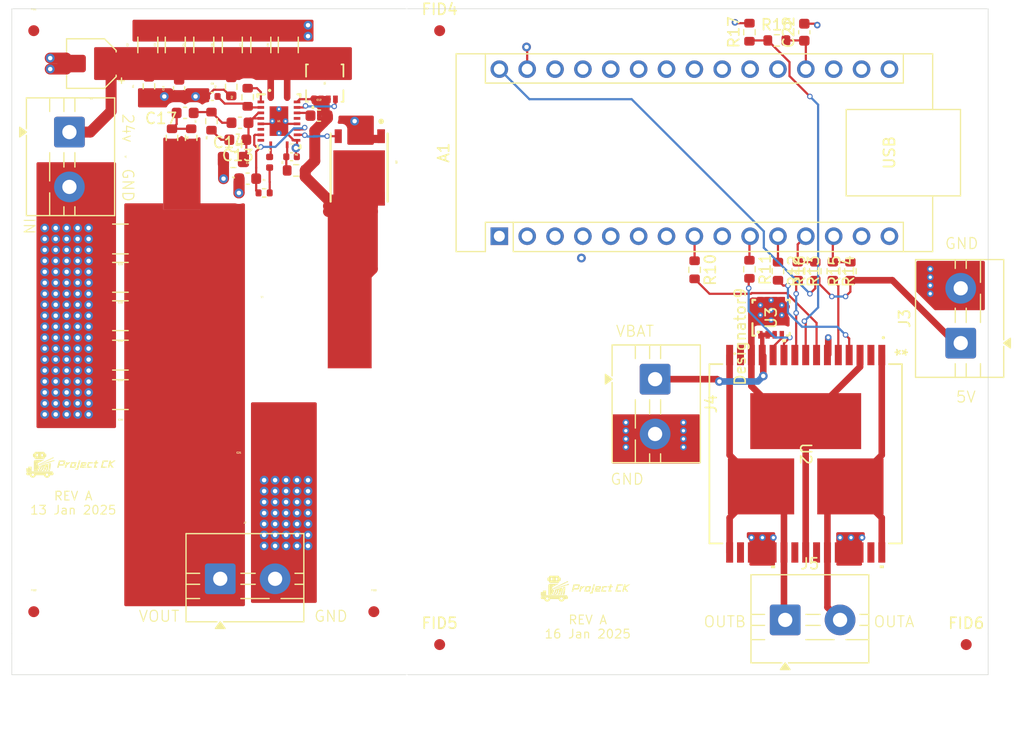
<source format=kicad_pcb>
(kicad_pcb (version 20241229) (generator "pcbnew") (generator_version "9.0")
  (layers (0 "F.Cu" signal) (4 "In1.Cu" signal) (6 "In2.Cu" signal) (2 "B.Cu" signal) (13 "F.Paste" user) (15 "B.Paste" user) (5 "F.SilkS" user "F.Silkscreen") (7 "B.SilkS" user "B.Silkscreen") (1 "F.Mask" user) (3 "B.Mask" user) (25 "Edge.Cuts" user))
  (net 0 "")
  (net 1 "+24V")
  (net 2 "GND")
  (net 3 "/BST")
  (net 4 "/SW")
  (net 5 "/VOUT")
  (net 6 "/SYNCIN")
  (net 7 "/ILIM")
  (net 8 "/SS")
  (net 9 "/COMP")
  (net 10 "Net-(C17-Pad2)")
  (net 11 "/PGOOD")
  (net 12 "/LG")
  (net 13 "/HG")
  (net 14 "/RT")
  (net 18 "Net-(C13-Pad2)")
  (net 19 "Net-(C14-Pad2)")
  (net 20 "Net-(D1-A)")
  (net 23 "Net-(A1-A0)")
  (net 38 "VIN_A")
  (net 39 "/INA_A")
  (net 41 "/INB_A")
  (net 43 "/PWM_A")
  (net 44 "/ENA{slash}DIAGA")
  (net 48 "/VBAT")
  (net 49 "OUTA")
  (net 50 "OUTB")
  (net 51 "Net-(U2-PWM)")
  (net 52 "Net-(U2-INB)")
  (net 53 "Net-(U2-INA)")
  (net 54 "Net-(U2-ENB{slash}DIAGB)")
  (net 55 "Net-(U2-ENA{slash}DIAGA)")
  (net 56 "Net-(U2-CS)")
  (net 57 "VCC_M")
  (net 58 "/CP")
  (net 65 "/ENB{slash}DIAGB")
  (footprint "Capacitor_SMD:C_1206_3216Metric" (layer "F.Cu") (at 159.7 99.3 90)
    (property "Reference" "C7")
    (property "Value" "4.7 uF")
  )
  (footprint "TerminalBlock:TerminalBlock_MaiXu_MX126-5.0-02P_1x02_P5.00mm" (layer "F.Cu") (at 142.25 107.25 -90)
    (property "Reference" "J1")
    (property "Value" "Conn_01x02_Socket")
  )
  (footprint "Capacitor_SMD:C_0603_1608Metric" (layer "F.Cu") (at 157.6 107.95 180)
    (property "Reference" "C13")
    (property "Value" "6.8 nF")
  )
  (footprint "Panelization:BreakLine_11h_D0.5mm_P0.85mm" (layer "F.Cu") (at 173 147.5 90)
    (property "Reference" "REF**" (hide yes))
    (property "Value" "BreakLine_11h_D0.5mm_P0.85mm" (hide yes))
  )
  (footprint "Fiducial:Fiducial_1mm_Mask2mm" (layer "F.Cu") (at 139 98)
    (property "Reference" "FID1")
    (property "Value" "Fiducial")
  )
  (footprint "Capacitor_SMD:C_1206_3216Metric" (layer "F.Cu") (at 151.9 99.3 90)
    (property "Reference" "C3")
    (property "Value" "4.7 uF")
  )
  (footprint "Panelization:BreakLine_11h_D0.5mm_P0.85mm" (layer "F.Cu") (at 173 119 90)
    (property "Reference" "REF**" (hide yes))
    (property "Value" "BreakLine_11h_D0.5mm_P0.85mm" (hide yes))
  )
  (footprint "Resistor_SMD:R_0603_1608Metric" (layer "F.Cu") (at 162.925 110.75)
    (property "Reference" "R6")
    (property "Value" "499 Ω")
  )
  (footprint "Panelization:BreakLine_11h_D0.5mm_P0.85mm" (layer "F.Cu") (at 173 100 90)
    (property "Reference" "REF**" (hide yes))
    (property "Value" "BreakLine_11h_D0.5mm_P0.85mm" (hide yes))
  )
  (footprint "Fiducial:Fiducial_1mm_Mask2mm" (layer "F.Cu") (at 170 151)
    (property "Reference" "FID3")
    (property "Value" "Fiducial")
  )
  (footprint "Resistor_SMD:R_0603_1608Metric" (layer "F.Cu") (at 208.64 119.94 -90)
    (property "Reference" "R13")
    (property "Value" "1k")
  )
  (footprint "Resistor_SMD:R_0603_1608Metric" (layer "F.Cu") (at 199.24 119.815 -90)
    (property "Reference" "R10")
    (property "Value" "1k")
  )
  (footprint "Capacitor_SMD:C_1210_3225Metric" (layer "F.Cu") (at 146.9 127.6 180)
    (property "Reference" "C19")
    (property "Value" "47 μF")
  )
  (footprint "Panelization:BreakLine_11h_D0.5mm_P0.85mm" (layer "F.Cu") (at 173 128.5 90)
    (property "Reference" "REF**" (hide yes))
    (property "Value" "BreakLine_11h_D0.5mm_P0.85mm" (hide yes))
  )
  (footprint "Capacitor_SMD:C_0603_1608Metric" (layer "F.Cu") (at 158.5 111.5)
    (property "Reference" "C5")
    (property "Value" "2.2 μF")
  )
  (footprint "Panelization:BreakLine_11h_D0.5mm_P0.85mm" (layer "F.Cu") (at 173 109.5 90)
    (property "Reference" "REF**" (hide yes))
    (property "Value" "BreakLine_11h_D0.5mm_P0.85mm" (hide yes))
  )
  (footprint "Fiducial:Fiducial_1mm_Mask2mm" (layer "F.Cu") (at 176 98)
    (property "Reference" "FID4")
    (property "Value" "Fiducial")
  )
  (footprint "Capacitor_SMD:C_0402_1005Metric" (layer "F.Cu") (at 162.5 109.5)
    (property "Reference" "C11")
    (property "Value" "10 pF")
  )
  (footprint "Capacitor_SMD:C_0603_1608Metric" (layer "F.Cu") (at 165 105.75)
    (property "Reference" "C12")
    (property "Value" "0.1 μF")
  )
  (footprint "Resistor_SMD:R_0603_1608Metric" (layer "F.Cu") (at 213.44 119.94 90)
    (property "Reference" "R15")
    (property "Value" "3.3k")
  )
  (footprint "LOGO" (layer "F.Cu") (at 142.3285 137.145364)
    (property "Reference" "G***" (hide yes))
    (property "Value" "LOGO" (hide yes))
  )
  (footprint "Capacitor_SMD:CP_Elec_4x5.4" (layer "F.Cu") (at 144.25 101 180)
    (property "Reference" "C1")
    (property "Value" "220 uF E")
  )
  (footprint "Buck_Footprint_Library:DNH0008A" (layer "F.Cu") (at 206.215002 124.190001 90)
    (property "Reference" "U3")
    (property "Value" "CSD18543Q3A")
  )
  (footprint "Module:Arduino_Nano" (layer "F.Cu") (at 181.44 116.75 90)
    (property "Reference" "A1")
    (property "Value" "Arduino_Nano_Every")
  )
  (footprint "Capacitor_SMD:C_0603_1608Metric" (layer "F.Cu") (at 152.25 103.25 90)
    (property "Reference" "C10")
    (property "Value" "0.1 μF")
  )
  (footprint "Resistor_SMD:R_0603_1608Metric" (layer "F.Cu") (at 151.6 107.775 -90)
    (property "Reference" "R8")
    (property "Value" "150 Ω")
  )
  (footprint "Capacitor_SMD:C_1210_3225Metric" (layer "F.Cu") (at 146.9 124 180)
    (property "Reference" "C18")
    (property "Value" "47 μF")
  )
  (footprint "Buck_Footprint_Library:MS1770-3R3M" (layer "F.Cu") (at 159.8 121.8 180)
    (property "Reference" "L1")
    (property "Value" "3.3uH")
  )
  (footprint "Buck_Footprint_Library:WDFN8_511AB_ONS" (layer "F.Cu") (at 165.525001 102.78 90)
    (property "Reference" "Q1")
    (property "Value" "NVTFS5C670NLTAG")
  )
  (footprint "Resistor_SMD:R_0603_1608Metric" (layer "F.Cu") (at 211.84 119.94 -90)
    (property "Reference" "R14")
    (property "Value" "1k")
  )
  (footprint "Capacitor_SMD:C_1210_3225Metric" (layer "F.Cu") (at 146.9 131.2 180)
    (property "Reference" "C20")
    (property "Value" "47 μF")
  )
  (footprint "LED_SMD:LED_0402_1005Metric" (layer "F.Cu") (at 160.5 110 -90)
    (property "Reference" "D1")
    (property "Value" "R LED")
  )
  (footprint "LOGO" (layer "F.Cu") (at 189.2285 148.445364)
    (property "Reference" "G***" (hide yes))
    (property "Value" "LOGO" (hide yes))
  )
  (footprint "Resistor_SMD:R_0603_1608Metric" (layer "F.Cu") (at 149.5 103.075 90)
    (property "Reference" "R4")
    (property "Value" "17.8 kΩ")
  )
  (footprint "Capacitor_SMD:C_1206_3216Metric" (layer "F.Cu") (at 149.4 99.3 90)
    (property "Reference" "C2")
    (property "Value" "4.7 uF")
  )
  (footprint "TerminalBlock:TerminalBlock_MaiXu_MX126-5.0-02P_1x02_P5.00mm" (layer "F.Cu") (at 156 148)
    (property "Reference" "J2")
    (property "Value" "Conn_01x02_Socket")
  )
  (footprint "Buck_Footprint_Library:RGY0020B" (layer "F.Cu") (at 161.350001 106.25)
    (property "Reference" "U1")
    (property "Value" "LM5146QRGYTQ1")
  )
  (footprint "Buck_Footprint_Library:INF-PG-TDSON-8-FL" (layer "F.Cu") (at 168.6604 110.475 -90)
    (property "Reference" "Q2")
    (property "Value" "BSC014N06NS")
  )
  (footprint "Resistor_SMD:R_0603_1608Metric" (layer "F.Cu") (at 204.24 98.14 90)
    (property "Reference" "R17")
    (property "Value" "1.5k")
  )
  (footprint "Resistor_SMD:R_0805_2012Metric" (layer "F.Cu") (at 157.2 109.75 180)
    (property "Reference" "R5")
    (property "Value" "4.42 kΩ")
  )
  (footprint "Resistor_SMD:R_0603_1608Metric" (layer "F.Cu") (at 210.24 119.94 90)
    (property "Reference" "R18")
    (property "Value" "3.3k")
  )
  (footprint "Resistor_SMD:R_0402_1005Metric" (layer "F.Cu") (at 160 112.8)
    (property "Reference" "R1")
    (property "Value" "4.7 kΩ")
  )
  (footprint "Capacitor_SMD:C_1206_3216Metric" (layer "F.Cu") (at 162.2 99.3 90)
    (property "Reference" "C9")
    (property "Value" "4.7 uF")
  )
  (footprint "Capacitor_SMD:C_0603_1608Metric" (layer "F.Cu") (at 209.24 98.14 90)
    (property "Reference" "C22")
    (property "Value" "33nF")
  )
  (footprint "Resistor_SMD:R_0603_1608Metric" (layer "F.Cu") (at 153.35 107.775 -90)
    (property "Reference" "R9")
    (property "Value" "23.2 kΩ")
  )
  (footprint "TerminalBlock:TerminalBlock_MaiXu_MX126-5.0-02P_1x02_P5.00mm" (layer "F.Cu") (at 195.64 129.79 -90)
    (property "Reference" "J4")
    (property "Value" "Conn_01x02_Socket")
  )
  (footprint "Capacitor_SMD:C_0603_1608Metric" (layer "F.Cu") (at 152.8 105.5 180)
    (property "Reference" "C17")
    (property "Value" "820 pF")
  )
  (footprint "Capacitor_SMD:C_1210_3225Metric" (layer "F.Cu") (at 146.9 120.5 180)
    (property "Reference" "C16")
    (property "Value" "47 μF")
  )
  (footprint "Panelization:BreakLine_11h_D0.5mm_P0.85mm" (layer "F.Cu") (at 173 157 90)
    (property "Reference" "REF**" (hide yes))
    (property "Value" "BreakLine_11h_D0.5mm_P0.85mm" (hide yes))
  )
  (footprint "Capacitor_SMD:C_0402_1005Metric" (layer "F.Cu") (at 155.275 104)
    (property "Reference" "C8")
    (property "Value" "47 nF")
  )
  (footprint "Resistor_SMD:R_0603_1608Metric" (layer "F.Cu") (at 155.2 106.25 90)
    (property "Reference" "R7")
    (property "Value" "7.5 kΩ")
  )
  (footprint "Fiducial:Fiducial_1mm_Mask2mm" (layer "F.Cu") (at 139 151)
    (property "Reference" "FID2")
    (property "Value" "Fiducial")
  )
  (footprint "Resistor_SMD:R_0603_1608Metric" (layer "F.Cu") (at 206.84 119.94 -90)
    (property "Reference" "R12")
    (property "Value" "1k")
  )
  (footprint "TerminalBlock:TerminalBlock_MaiXu_MX126-5.0-02P_1x02_P5.00mm" (layer "F.Cu") (at 223.5 126.5 90)
    (property "Reference" "J3")
    (property "Value" "Conn_01x02_Socket")
  )
  (footprint "TerminalBlock:TerminalBlock_MaiXu_MX126-5.0-02P_1x02_P5.00mm" (layer "F.Cu") (at 207.5 151.75)
    (property "Reference" "J5")
    (property "Value" "Conn_01x02_Socket")
  )
  (footprint "Capacitor_SMD:C_1206_3216Metric" (layer "F.Cu") (at 154.5 99.3 90)
    (property "Reference" "C4")
    (property "Value" "4.7 uF")
  )
  (footprint "Buck_Footprint_Library:SOIC_5019A-E_STM" (layer "F.Cu") (at 209.368201 136.5943 -90)
    (property "Reference" "U2")
    (property "Value" "VNH5019A-E")
  )
  (footprint "Resistor_SMD:R_0603_1608Metric" (layer "F.Cu") (at 157 103.125 90)
    (property "Reference" "R3")
    (property "Value" "100 kΩ")
  )
  (footprint "Capacitor_SMD:C_1206_3216Metric" (layer "F.Cu") (at 157.1 99.3 90)
    (property "Reference" "C6")
    (property "Value" "4.7 uF")
  )
  (footprint "Fiducial:Fiducial_1mm_Mask2mm" (layer "F.Cu") (at 176 154)
    (property "Reference" "FID5")
    (property "Value" "Fiducial")
  )
  (footprint "Buck_Footprint_Library:MA35V680M10X13" (layer "F.Cu") (at 157.7 137)
    (property "Reference" "C21")
    (property "Value" "680 µF P")
  )
  (footprint "Capacitor_SMD:C_0603_1608Metric" (layer "F.Cu") (at 157.8 106.4 180)
    (property "Reference" "C14")
    (property "Value" "150 pF")
  )
  (footprint "Resistor_SMD:R_0603_1608Metric" (layer "F.Cu") (at 204.24 119.765 -90)
    (property "Reference" "R11")
    (property "Value" "1k")
  )
  (footprint "Panelization:BreakLine_11h_D0.5mm_P0.85mm" (layer "F.Cu") (at 173 138 90)
    (property "Reference" "REF**" (hide yes))
    (property "Value" "BreakLine_11h_D0.5mm_P0.85mm" (hide yes))
  )
  (footprint "Capacitor_SMD:C_1210_3225Metric" (layer "F.Cu") (at 146.9 117 180)
    (property "Reference" "C15")
    (property "Value" "47 μF")
  )
  (footprint "Fiducial:Fiducial_1mm_Mask2mm" (layer "F.Cu") (at 224 154)
    (property "Reference" "FID6")
    (property "Value" "Fiducial")
  )
  (footprint "Resistor_SMD:R_0603_1608Metric" (layer "F.Cu") (at 206.74 98.89)
    (property "Reference" "R16")
    (property "Value" "10k")
  )
  (footprint "Resistor_SMD:R_0603_1608Metric" (layer "F.Cu") (at 158.5 104.075 90)
    (property "Reference" "R2")
    (property "Value" "24.9 kΩ")
  )
  (gr_circle (center 160.5 103.45) (end 160.45 103.45) (stroke (width 0.2)) (fill yes) (layer "F.SilkS"))
  (gr_circle (center 205.05 125.5) (end 205 125.5) (stroke (width 0.2)) (fill yes) (layer "F.SilkS"))
  (gr_circle (center 164.45 105) (end 164.4 105) (stroke (width 0.2)) (fill yes) (layer "F.SilkS"))
  (gr_circle (center 216.45 126) (end 216.4 126) (stroke (width 0.2)) (fill yes) (layer "F.SilkS"))
  (gr_line (start 137 96) (end 172 96) (stroke (width 0.05)) (layer "Edge.Cuts"))
  (gr_line (start 226 153) (end 226 96) (stroke (width 0.05)) (layer "Edge.Cuts"))
  (gr_line (start 226 153) (end 226 156.75) (stroke (width 0.05)) (layer "Edge.Cuts"))
  (gr_line (start 137 153) (end 137 96) (stroke (width 0.05)) (layer "Edge.Cuts"))
  (gr_line (start 137 153) (end 137 156.75) (stroke (width 0.05)) (layer "Edge.Cuts"))
  (gr_line (start 172 96) (end 226 96) (stroke (width 0.05)) (layer "Edge.Cuts"))
  (gr_line (start 137 156.75) (end 226 156.75) (stroke (width 0.05)) (layer "Edge.Cuts"))
  (gr_text "VOUT" (at 148.5 152 0) (layer "F.SilkS") (effects (font (size 1 1) (thickness 0.1)) (justify left bottom)))
  (gr_text "IN" (at 138 115 270) (layer "F.SilkS") (effects (font (size 1 1) (thickness 0.1)) (justify left bottom)))
  (gr_text "24v" (at 147 105.5 270) (layer "F.SilkS") (effects (font (size 1 1) (thickness 0.1)) (justify left bottom)))
  (gr_text "GND" (at 164.5 152 0) (layer "F.SilkS") (effects (font (size 1 1) (thickness 0.1)) (justify left bottom)))
  (gr_text "VBAT" (at 192 126 0) (layer "F.SilkS") (effects (font (size 1 1) (thickness 0.1)) (justify left bottom)))
  (gr_text "GND" (at 147 110.5 270) (layer "F.SilkS") (effects (font (size 1 1) (thickness 0.1)) (justify left bottom)))
  (gr_text "REV A\n13 Jan 2025" (at 142.6 142.2 0) (layer "F.SilkS") (effects (font (size 0.8 0.8) (thickness 0.1)) (justify bottom)))
  (gr_text "5V" (at 223 132 0) (layer "F.SilkS") (effects (font (size 1 1) (thickness 0.1)) (justify left bottom)))
  (gr_text "OUTA" (at 215.5 152.5 0) (layer "F.SilkS") (effects (font (size 1 1) (thickness 0.1)) (justify left bottom)))
  (gr_text "REV A\n16 Jan 2025" (at 189.5 153.5 0) (layer "F.SilkS") (effects (font (size 0.8 0.8) (thickness 0.1)) (justify bottom)))
  (gr_text "GND" (at 222 118 0) (layer "F.SilkS") (effects (font (size 1 1) (thickness 0.1)) (justify left bottom)))
  (gr_text "GND" (at 191.5 139.5 0) (layer "F.SilkS") (effects (font (size 1 1) (thickness 0.1)) (justify left bottom)))
  (gr_text "OUTB" (at 200 152.5 0) (layer "F.SilkS") (effects (font (size 1 1) (thickness 0.1)) (justify left bottom)))
  (segment (start 146.05 105.35) (end 146.05 101) (width 1) (layer "F.Cu") (net 1))
  (segment (start 144.15 107.25) (end 146.05 105.35) (width 1) (layer "F.Cu") (net 1))
  (segment (start 142.25 107.25) (end 144.15 107.25) (width 1) (layer "F.Cu") (net 1))
  (segment (start 162.100002 104.100001) (end 162.100002 100.874998) (width 0.6) (layer "F.Cu") (net 1))
  (segment (start 162.100002 100.874998) (end 162.2 100.775) (width 0.6) (layer "F.Cu") (net 1))
  (segment (start 160.6 101.675) (end 159.7 100.775) (width 0.6) (layer "F.Cu") (net 1))
  (segment (start 160.6 104.100001) (end 160.6 101.675) (width 0.6) (layer "F.Cu") (net 1))
  (segment (start 159.700002 106.500002) (end 161.099999 106.500002) (width 0.2) (layer "F.Cu") (net 2))
  (segment (start 157.725 111.5) (end 157.725 112.775) (width 1) (layer "F.Cu") (net 2))
  (segment (start 155.406 103.389) (end 154.795 104) (width 0.2) (layer "F.Cu") (net 2))
  (segment (start 163 108.000001) (end 162.599999 108.000001) (width 0.2) (layer "F.Cu") (net 2))
  (segment (start 156.9 103.95) (end 156.339 103.389) (width 0.2) (layer "F.Cu") (net 2))
  (segment (start 141.95 101.5) (end 142.45 101) (width 1) (layer "F.Cu") (net 2))
  (segment (start 163 106.5) (end 161.600001 106.5) (width 0.2) (layer "F.Cu") (net 2))
  (segment (start 183.9225 99.49) (end 183.98 99.5475) (width 0.2) (layer "F.Cu") (net 2))
  (segment (start 157.725 112.775) (end 157.7 112.8) (width 1) (layer "F.Cu") (net 2))
  (segment (start 162.9 108.7) (end 162.9 109.42) (width 0.2) (layer "F.Cu") (net 2))
  (segment (start 156.339 103.389) (end 155.406 103.389) (width 0.2) (layer "F.Cu") (net 2))
  (segment (start 162.9 109.42) (end 162.98 109.5) (width 0.2) (layer "F.Cu") (net 2))
  (segment (start 140.5 101.5) (end 141.95 101.5) (width 1) (layer "F.Cu") (net 2))
  (segment (start 210.2975 97.365) (end 210.4225 97.49) (width 0.2) (layer "F.Cu") (net 2))
  (segment (start 183.98 99.5475) (end 183.98 101.51) (width 0.2) (layer "F.Cu") (net 2))
  (segment (start 163 108.000001) (end 162.599998 108.000001) (width 0.2) (layer "F.Cu") (net 2))
  (segment (start 156.3 109.7625) (end 156.2875 109.75) (width 1) (layer "F.Cu") (net 2))
  (segment (start 156.3 111.5) (end 156.3 109.7625) (width 1) (layer "F.Cu") (net 2))
  (segment (start 161.600001 106.5) (end 161.350001 106.25) (width 0.2) (layer "F.Cu") (net 2))
  (segment (start 161.350001 106.64148) (end 161.350001 106.25) (width 0.2) (layer "F.Cu") (net 2))
  (segment (start 163 108.000001) (end 163 108.6) (width 0.2) (layer "F.Cu") (net 2))
  (segment (start 211.4225 125.99) (end 211.4225 127.516901) (width 0.6) (layer "F.Cu") (net 2))
  (segment (start 204.24 97.315) (end 202.9975 97.315) (width 0.2) (layer "F.Cu") (net 2))
  (segment (start 163 107.999999) (end 162.70852 107.999999) (width 0.2) (layer "F.Cu") (net 2))
  (segment (start 162.70852 107.999999) (end 161.350001 106.64148) (width 0.2) (layer "F.Cu") (net 2))
  (segment (start 157.7 112.8) (end 157.7 111.8) (width 1) (layer "F.Cu") (net 2))
  (segment (start 209.24 97.365) (end 210.2975 97.365) (width 0.2) (layer "F.Cu") (net 2))
  (segment (start 163 108.6) (end 162.9 108.7) (width 0.2) (layer "F.Cu") (net 2))
  (segment (start 161.099999 106.500002) (end 161.350001 106.25) (width 0.2) (layer "F.Cu") (net 2))
  (segment (start 202.9975 97.315) (end 202.9225 97.24) (width 0.2) (layer "F.Cu") (net 2))
  (segment (start 211.4225 127.516901) (end 211.349401 127.59) (width 0.6) (layer "F.Cu") (net 2))
  (segment (start 140.5 100.5) (end 141.95 100.5) (width 1) (layer "F.Cu") (net 2))
  (segment (start 141.95 100.5) (end 142.45 101) (width 1) (layer "F.Cu") (net 2))
  (via (at 220.7225 119.74) (size 0.6) (drill 0.3) (layers "F.Cu" "B.Cu") (net 2))
  (via (at 162 143) (size 0.8) (drill 0.4) (layers "F.Cu" "B.Cu") (net 2))
  (via (at 162 140) (size 0.8) (drill 0.4) (layers "F.Cu" "B.Cu") (net 2))
  (via (at 142 126) (size 0.8) (drill 0.4) (layers "F.Cu" "B.Cu") (net 2))
  (via (at 143 117) (size 0.8) (drill 0.4) (layers "F.Cu" "B.Cu") (net 2))
  (via (at 142 132) (size 0.8) (drill 0.4) (layers "F.Cu" "B.Cu") (net 2))
  (via (at 142 116) (size 0.8) (drill 0.4) (layers "F.Cu" "B.Cu") (net 2))
  (via (at 140 131) (size 0.8) (drill 0.4) (layers "F.Cu" "B.Cu") (net 2))
  (via (at 140 123) (size 0.8) (drill 0.4) (layers "F.Cu" "B.Cu") (net 2))
  (via (at 142 117) (size 0.8) (drill 0.4) (layers "F.Cu" "B.Cu") (net 2))
  (via (at 198.2225 134.49) (size 0.6) (drill 0.3) (layers "F.Cu" "B.Cu") (net 2))
  (via (at 143 119) (size 0.8) (drill 0.4) (layers "F.Cu" "B.Cu") (net 2))
  (via (at 140 121) (size 0.8) (drill 0.4) (layers "F.Cu" "B.Cu") (net 2))
  (via (at 144 130) (size 0.8) (drill 0.4) (layers "F.Cu" "B.Cu") (net 2))
  (via (at 164 139) (size 0.8) (drill 0.4) (layers "F.Cu" "B.Cu") (net 2))
  (via (at 161 145) (size 0.8) (drill 0.4) (layers "F.Cu" "B.Cu") (net 2))
  (via (at 150.9 104) (size 0.8) (drill 0.4) (layers "F.Cu" "B.Cu") (net 2))
  (via (at 153.75 104) (size 0.8) (drill 0.4) (layers "F.Cu" "B.Cu") (net 2))
  (via (at 140 133) (size 0.8) (drill 0.4) (layers "F.Cu" "B.Cu") (net 2))
  (via (at 140 126) (size 0.8) (drill 0.4) (layers "F.Cu" "B.Cu") (net 2))
  (via (at 144 125) (size 0.8) (drill 0.4) (layers "F.Cu" "B.Cu") (net 2))
  (via (at 143 123) (size 0.8) (drill 0.4) (layers "F.Cu" "B.Cu") (net 2))
  (via (at 164 143) (size 0.8) (drill 0.4) (layers "F.Cu" "B.Cu") (net 2))
  (via (at 202.9225 97.24) (size 0.6) (drill 0.3) (layers "F.Cu" "B.Cu") (net 2))
  (via (at 161 142) (size 0.8) (drill 0.4) (layers "F.Cu" "B.Cu") (net 2))
  (via (at 140 117) (size 0.8) (drill 0.4) (layers "F.Cu" "B.Cu") (net 2))
  (via (at 162 145) (size 0.8) (drill 0.4) (layers "F.Cu" "B.Cu") (net 2))
  (via (at 143 120) (size 0.8) (drill 0.4) (layers "F.Cu" "B.Cu") (net 2))
  (via (at 140 118) (size 0.8) (drill 0.4) (layers "F.Cu" "B.Cu") (net 2))
  (via (at 162 139) (size 0.8) (drill 0.4) (layers "F.Cu" "B.Cu") (net 2))
  (via (at 142 131) (size 0.8) (drill 0.4) (layers "F.Cu" "B.Cu") (net 2))
  (via (at 141 123) (size 0.8) (drill 0.4) (layers "F.Cu" "B.Cu") (net 2))
  (via (at 192.9725 135.24) (size 0.6) (drill 0.3) (layers "F.Cu" "B.Cu") (net 2))
  (via (at 160 144) (size 0.8) (drill 0.4) (layers "F.Cu" "B.Cu") (net 2))
  (via (at 140 128) (size 0.8) (drill 0.4) (layers "F.Cu" "B.Cu") (net 2))
  (via (at 140 122) (size 0.8) (drill 0.4) (layers "F.Cu" "B.Cu") (net 2))
  (via (at 143 124) (size 0.8) (drill 0.4) (layers "F.Cu" "B.Cu") (net 2))
  (via (at 163 144) (size 0.8) (drill 0.4) (layers "F.Cu" "B.Cu") (net 2))
  (via (at 220.7225 120.49) (size 0.6) (drill 0.3) (layers "F.Cu" "B.Cu") (net 2))
  (via (at 142 133) (size 0.8) (drill 0.4) (layers "F.Cu" "B.Cu") (net 2))
  (via (at 141 127) (size 0.8) (drill 0.4) (layers "F.Cu" "B.Cu") (net 2))
  (via (at 140 125) (size 0.8) (drill 0.4) (layers "F.Cu" "B.Cu") (net 2))
  (via (at 162 142) (size 0.8) (drill 0.4) (layers "F.Cu" "B.Cu") (net 2))
  (via (at 141 122) (size 0.8) (drill 0.4) (layers "F.Cu" "B.Cu") (net 2))
  (via (at 144 123) (size 0.8) (drill 0.4) (layers "F.Cu" "B.Cu") (net 2))
  (via (at 214.5 144.24) (size 0.6) (drill 0.3) (layers "F.Cu" "B.Cu") (net 2))
  (via (at 142 129) (size 0.8) (drill 0.4) (layers "F.Cu" "B.Cu") (net 2))
  (via (at 157.7 112.8) (size 0.8) (drill 0.4) (layers "F.Cu" "B.Cu") (net 2))
  (via (at 161 143) (size 0.8) (drill 0.4) (layers "F.Cu" "B.Cu") (net 2))
  (via (at 143 129) (size 0.8) (drill 0.4) (layers "F.Cu" "B.Cu") (net 2))
  (via (at 164 97.5) (size 0.8) (drill 0.4) (layers "F.Cu" "B.Cu") (net 2))
  (via (at 144 131) (size 0.8) (drill 0.4) (layers "F.Cu" "B.Cu") (net 2))
  (via (at 164 145) (size 0.8) (drill 0.4) (layers "F.Cu" "B.Cu") (net 2))
  (via (at 140 124) (size 0.8) (drill 0.4) (layers "F.Cu" "B.Cu") (net 2))
  (via (at 140.5 101.5) (size 0.8) (drill 0.4) (layers "F.Cu" "B.Cu") (net 2))
  (via (at 183.9225 99.49) (size 0.8) (drill 0.4) (layers "F.Cu" "B.Cu") (net 2))
  (via (at 141 128) (size 0.8) (drill 0.4) (layers "F.Cu" "B.Cu") (net 2))
  (via (at 144 127) (size 0.8) (drill 0.4) (layers "F.Cu" "B.Cu") (net 2))
  (via (at 163 141) (size 0.8) (drill 0.4) (layers "F.Cu" "B.Cu") (net 2))
  (via (at 160 143) (size 0.8) (drill 0.4) (layers "F.Cu" "B.Cu") (net 2))
  (via (at 161 139) (size 0.8) (drill 0.4) (layers "F.Cu" "B.Cu") (net 2))
  (via (at 141 133) (size 0.8) (drill 0.4) (layers "F.Cu" "B.Cu") (net 2))
  (via (at 144 120) (size 0.8) (drill 0.4) (layers "F.Cu" "B.Cu") (net 2))
  (via (at 141 116) (size 0.8) (drill 0.4) (layers "F.Cu" "B.Cu") (net 2))
  (via (at 198.2225 133.74) (size 0.6) (drill 0.3) (layers "F.Cu" "B.Cu") (net 2))
  (via (at 144 132) (size 0.8) (drill 0.4) (layers "F.Cu" "B.Cu") (net 2))
  (via (at 141 117) (size 0.8) (drill 0.4) (layers "F.Cu" "B.Cu") (net 2))
  (via (at 142 130) (size 0.8) (drill 0.4) (layers "F.Cu" "B.Cu") (net 2))
  (via (at 143 133) (size 0.8) (drill 0.4) (layers "F.Cu" "B.Cu") (net 2))
  (via (at 143 127) (size 0.8) (drill 0.4) (layers "F.Cu" "B.Cu") (net 2))
  (via (at 144 124) (size 0.8) (drill 0.4) (layers "F.Cu" "B.Cu") (net 2))
  (via (at 163 142) (size 0.8) (drill 0.4) (layers "F.Cu" "B.Cu") (net 2))
  (via (at 160 142) (size 0.8) (drill 0.4) (layers "F.Cu" "B.Cu") (net 2))
  (via (at 143 125) (size 0.8) (drill 0.4) (layers "F.Cu" "B.Cu") (net 2))
  (via (at 205.4225 144.24) (size 0.6) (drill 0.3) (layers "F.Cu" "B.Cu") (net 2))
  (via (at 164 142) (size 0.8) (drill 0.4) (layers "F.Cu" "B.Cu") (net 2))
  (via (at 144 117) (size 0.8) (drill 0.4) (layers "F.Cu" "B.Cu") (net 2))
  (via (at 142 118) (size 0.8) (drill 0.4) (layers "F.Cu" "B.Cu") (net 2))
  (via (at 141 125) (size 0.8) (drill 0.4) (layers "F.Cu" "B.Cu") (net 2))
  (via (at 192.9725 133.74) (size 0.6) (drill 0.3) (layers "F.Cu" "B.Cu") (net 2))
  (via (at 142 128) (size 0.8) (drill 0.4) (layers "F.Cu" "B.Cu") (net 2))
  (via (at 142 120) (size 0.8) (drill 0.4) (layers "F.Cu" "B.Cu") (net 2))
  (via (at 162.9 108.7) (size 0.8) (drill 0.4) (layers "F.Cu" "B.Cu") (net 2))
  (via (at 163 140) (size 0.8) (drill 0.4) (layers "F.Cu" "B.Cu") (net 2))
  (via (at 141 130) (size 0.8) (drill 0.4) (layers "F.Cu" "B.Cu") (net 2))
  (via (at 164 98.5) (size 0.8) (drill 0.4) (layers "F.Cu" "B.Cu") (net 2))
  (via (at 163 139) (size 0.8) (drill 0.4) (layers "F.Cu" "B.Cu") (net 2))
  (via (at 162 141) (size 0.8) (drill 0.4) (layers "F.Cu" "B.Cu") (net 2))
  (via (at 161 144) (size 0.8) (drill 0.4) (layers "F.Cu" "B.Cu") (net 2))
  (via (at 144 121) (size 0.8) (drill 0.4) (layers "F.Cu" "B.Cu") (net 2))
  (via (at 144 118) (size 0.8) (drill 0.4) (layers "F.Cu" "B.Cu") (net 2))
  (via (at 144 129) (size 0.8) (drill 0.4) (layers "F.Cu" "B.Cu") (net 2))
  (via (at 206.4225 144.24) (size 0.6) (drill 0.3) (layers "F.Cu" "B.Cu") (net 2))
  (via (at 141 121) (size 0.8) (drill 0.4) (layers "F.Cu" "B.Cu") (net 2))
  (via (at 164 144) (size 0.8) (drill 0.4) (layers "F.Cu" "B.Cu") (net 2))
  (via (at 143 122) (size 0.8) (drill 0.4) (layers "F.Cu" "B.Cu") (net 2))
  (via (at 198.2225 135.99) (size 0.6) (drill 0.3) (layers "F.Cu" "B.Cu") (net 2))
  (via (at 143 126) (size 0.8) (drill 0.4) (layers "F.Cu" "B.Cu") (net 2))
  (via (at 160 141) (size 0.8) (drill 0.4) (layers "F.Cu" "B.Cu") (net 2))
  (via (at 141 118) (size 0.8) (drill 0.4) (layers "F.Cu" "B.Cu") (net 2))
  (via (at 198.2225 135.24) (size 0.6) (drill 0.3) (layers "F.Cu" "B.Cu") (net 2))
  (via (at 188.9225 118.74) (size 0.8) (drill 0.4) (layers "F.Cu" "B.Cu") (net 2))
  (via (at 142 119) (size 0.8) (drill 0.4) (layers "F.Cu" "B.Cu") (net 2))
  (via (at 142 122) (size 0.8) (drill 0.4) (layers "F.Cu" "B.Cu") (net 2))
  (via (at 143 118) (size 0.8) (drill 0.4) (layers "F.Cu" "B.Cu") (net 2))
  (via (at 156.3 111.5) (size 0.8) (drill 0.4) (layers "F.Cu" "B.Cu") (net 2))
  (via (at 192.9725 135.99) (size 0.6) (drill 0.3) (layers "F.Cu" "B.Cu") (net 2))
  (via (at 210.4225 97.49) (size 0.6) (drill 0.3) (layers "F.Cu" "B.Cu") (net 2))
  (via (at 160 139) (size 0.8) (drill 0.4) (layers "F.Cu" "B.Cu") (net 2))
  (via (at 142 127) (size 0.8) (drill 0.4) (layers "F.Cu" "B.Cu") (net 2))
  (via (at 163 143) (size 0.8) (drill 0.4) (layers "F.Cu" "B.Cu") (net 2))
  (via (at 164 141) (size 0.8) (drill 0.4) (layers "F.Cu" "B.Cu") (net 2))
  (via (at 143 128) (size 0.8) (drill 0.4) (layers "F.Cu" "B.Cu") (net 2))
  (via (at 141 132) (size 0.8) (drill 0.4) (layers "F.Cu" "B.Cu") (net 2))
  (via (at 144 119) (size 0.8) (drill 0.4) (layers "F.Cu" "B.Cu") (net 2))
  (via (at 141 129) (size 0.8) (drill 0.4) (layers "F.Cu" "B.Cu") (net 2))
  (via (at 204.4225 144.24) (size 0.6) (drill 0.3) (layers "F.Cu" "B.Cu") (net 2))
  (via (at 140.5 100.5) (size 0.8) (drill 0.4) (layers "F.Cu" "B.Cu") (net 2))
  (via (at 163 145) (size 0.8) (drill 0.4) (layers "F.Cu" "B.Cu") (net 2))
  (via (at 143 131) (size 0.8) (drill 0.4) (layers "F.Cu" "B.Cu") (net 2))
  (via (at 142 125) (size 0.8) (drill 0.4) (layers "F.Cu" "B.Cu") (net 2))
  (via (at 144 128) (size 0.8) (drill 0.4) (layers "F.Cu" "B.Cu") (net 2))
  (via (at 220.7225 121.24) (size 0.6) (drill 0.3) (layers "F.Cu" "B.Cu") (net 2))
  (via (at 140 132) (size 0.8) (drill 0.4) (layers "F.Cu" "B.Cu") (net 2))
  (via (at 162 144) (size 0.8) (drill 0.4) (layers "F.Cu" "B.Cu") (net 2))
  (via (at 142 123) (size 0.8) (drill 0.4) (layers "F.Cu" "B.Cu") (net 2))
  (via (at 141 120) (size 0.8) (drill 0.4) (layers "F.Cu" "B.Cu") (net 2))
  (via (at 141 124) (size 0.8) (drill 0.4) (layers "F.Cu" "B.Cu") (net 2))
  (via (at 160 140) (size 0.8) (drill 0.4) (layers "F.Cu" "B.Cu") (net 2))
  (via (at 144 122) (size 0.8) (drill 0.4) (layers "F.Cu" "B.Cu") (net 2))
  (via (at 140 119) (size 0.8) (drill 0.4) (layers "F.Cu" "B.Cu") (net 2))
  (via (at 143 116) (size 0.8) (drill 0.4) (layers "F.Cu" "B.Cu") (net 2))
  (via (at 143 121) (size 0.8) (drill 0.4) (layers "F.Cu" "B.Cu") (net 2))
  (via (at 143 132) (size 0.8) (drill 0.4) (layers "F.Cu" "B.Cu") (net 2))
  (via (at 160 145) (size 0.8) (drill 0.4) (layers "F.Cu" "B.Cu") (net 2))
  (via (at 140 127) (size 0.8) (drill 0.4) (layers "F.Cu" "B.Cu") (net 2))
  (via (at 213.5 144.24) (size 0.6) (drill 0.3) (layers "F.Cu" "B.Cu") (net 2))
  (via (at 212.5 144.24) (size 0.6) (drill 0.3) (layers "F.Cu" "B.Cu") (net 2))
  (via (at 142 124) (size 0.8) (drill 0.4) (layers "F.Cu" "B.Cu") (net 2))
  (via (at 141 131) (size 0.8) (drill 0.4) (layers "F.Cu" "B.Cu") (net 2))
  (via (at 161 140) (size 0.8) (drill 0.4) (layers "F.Cu" "B.Cu") (net 2))
  (via (at 192.9725 134.49) (size 0.6) (drill 0.3) (layers "F.Cu" "B.Cu") (net 2))
  (via (at 164 140) (size 0.8) (drill 0.4) (layers "F.Cu" "B.Cu") (net 2))
  (via (at 211.4225 125.99) (size 0.6) (drill 0.3) (layers "F.Cu" "B.Cu") (net 2))
  (via (at 144 133) (size 0.8) (drill 0.4) (layers "F.Cu" "B.Cu") (net 2))
  (via (at 144 116) (size 0.8) (drill 0.4) (layers "F.Cu" "B.Cu") (net 2))
  (via (at 161 141) (size 0.8) (drill 0.4) (layers "F.Cu" "B.Cu") (net 2))
  (via (at 140 120) (size 0.8) (drill 0.4) (layers "F.Cu" "B.Cu") (net 2))
  (via (at 143 130) (size 0.8) (drill 0.4) (layers "F.Cu" "B.Cu") (net 2))
  (via (at 142 121) (size 0.8) (drill 0.4) (layers "F.Cu" "B.Cu") (net 2))
  (via (at 140 116) (size 0.8) (drill 0.4) (layers "F.Cu" "B.Cu") (net 2))
  (via (at 141 126) (size 0.8) (drill 0.4) (layers "F.Cu" "B.Cu") (net 2))
  (via (at 140 130) (size 0.8) (drill 0.4) (layers "F.Cu" "B.Cu") (net 2))
  (via (at 144 126) (size 0.8) (drill 0.4) (layers "F.Cu" "B.Cu") (net 2))
  (via (at 141 119) (size 0.8) (drill 0.4) (layers "F.Cu" "B.Cu") (net 2))
  (via (at 168.25 106.25) (size 0.8) (drill 0.4) (layers "F.Cu" "B.Cu") (net 2))
  (via (at 220.7225 121.99) (size 0.6) (drill 0.3) (layers "F.Cu" "B.Cu") (net 2))
  (via (at 140 129) (size 0.8) (drill 0.4) (layers "F.Cu" "B.Cu") (net 2))
  (segment (start 163.975001 105.500001) (end 164.225 105.75) (width 0.2) (layer "F.Cu") (net 3))
  (segment (start 163 105.500001) (end 163.975001 105.500001) (width 0.2) (layer "F.Cu") (net 3))
  (segment (start 164.550002 104.25) (end 164.507754 104.207752) (width 0.6) (layer "F.Cu") (net 4))
  (segment (start 165.865 114.5) (end 169.865 114.5) (width 1) (layer "F.Cu") (net 4))
  (segment (start 164.7 104.25) (end 165.2 104.75) (width 0.4) (layer "F.Cu") (net 4))
  (segment (start 167.2 113.45) (end 167.2 121.2) (width 1) (layer "F.Cu") (net 4))
  (segment (start 165.850002 104.25) (end 165.3875 104.712502) (width 0.4) (layer "F.Cu") (net 4))
  (segment (start 164.550002 104.25) (end 164.550002 104.525002) (width 0.4) (layer "F.Cu") (net 4))
  (segment (start 164.550002 104.525002) (end 165.2 105.175) (width 0.4) (layer "F.Cu") (net 4))
  (segment (start 167.2 121.2) (end 167.8 121.8) (width 1) (layer "F.Cu") (net 4))
  (segment (start 168.53 113.45) (end 168.53 121.07) (width 1) (layer "F.Cu") (net 4))
  (segment (start 165.026 106.026) (end 165.375 106.375) (width 0.4) (layer "F.Cu") (net 4))
  (segment (start 164.550002 104.25) (end 164.7 104.25) (width 0.4) (layer "F.Cu") (net 4))
  (segment (start 165.2 105.175) (end 165.3875 105.3625) (width 0.6) (layer "F.Cu") (net 4))
  (segment (start 163.75 110.75) (end 163.75 111.335) (width 1) (layer "F.Cu") (net 4))
  (segment (start 164.617476 107.132524) (end 164.617476 109.882524) (width 1) (layer "F.Cu") (net 4))
  (segment (start 168.53 121.07) (end 167.8 121.8) (width 1) (layer "F.Cu") (net 4))
  (segment (start 163.8 110.7) (end 163.75 110.75) (width 0.6) (layer "F.Cu") (net 4))
  (segment (start 165.865 113.45) (end 169.865 113.45) (width 1) (layer "F.Cu") (net 4))
  (segment (start 164.550002 104.25) (end 165.7831 104.25) (width 0.6) (layer "F.Cu") (net 4))
  (segment (start 165.2 105.175) (end 165.026 105.349) (width 0.4) (layer "F.Cu") (net 4))
  (segment (start 163.25 104.25) (end 164.550002 104.25) (width 0.2) (layer "F.Cu") (net 4))
  (segment (start 165.775 105.75) (end 165.775 105.975) (width 1) (layer "F.Cu") (net 4))
  (segment (start 165.375 106.375) (end 164.617476 107.132524) (width 1) (layer "F.Cu") (net 4))
  (segment (start 165.775 104.325002) (end 165.775 105.75) (width 0.4) (layer "F.Cu") (net 4))
  (segment (start 165.850002 104.25) (end 165.775 104.325002) (width 0.4) (layer "F.Cu") (net 4))
  (segment (start 169.865 113.45) (end 169.865 114) (width 1) (layer "F.Cu") (net 4))
  (segment (start 163.75 111.335) (end 165.865 113.45) (width 1) (layer "F.Cu") (net 4))
  (segment (start 165.3875 104.712502) (end 165.3875 105.3625) (width 0.4) (layer "F.Cu") (net 4))
  (segment (start 165.2 104.25) (end 165.2 104.75) (width 0.6) (layer "F.Cu") (net 4))
  (segment (start 165.2 104.75) (end 165.2 105.175) (width 0.6) (layer "F.Cu") (net 4))
  (segment (start 169.865 114.5) (end 169.865 119.735) (width 1) (layer "F.Cu") (net 4))
  (segment (start 165.026 105.724) (end 165.026 106.026) (width 0.4) (layer "F.Cu") (net 4))
  (segment (start 169.865 119.735) (end 167.8 121.8) (width 1) (layer "F.Cu") (net 4))
  (segment (start 165.865 114) (end 169.865 114) (width 1) (layer "F.Cu") (net 4))
  (segment (start 165.026 105.349) (end 165.026 105.724) (width 0.4) (layer "F.Cu") (net 4))
  (segment (start 164.617476 109.882524) (end 163.75 110.75) (width 1) (layer "F.Cu") (net 4))
  (segment (start 169.865 114) (end 169.865 114.5) (width 1) (layer "F.Cu") (net 4))
  (segment (start 165.775 105.975) (end 165.375 106.375) (width 1) (layer "F.Cu") (net 4))
  (segment (start 163 104.5) (end 163.25 104.25) (width 0.2) (layer "F.Cu") (net 4))
  (segment (start 165.3875 105.3625) (end 165.775 105.75) (width 0.6) (layer "F.Cu") (net 4))
  (segment (start 165.3875 105.3625) (end 165.026 105.724) (width 0.4) (layer "F.Cu") (net 4))
  (segment (start 159.173003 107.500002) (end 159.700002 107.500002) (width 0.2) (layer "F.Cu") (net 6))
  (segment (start 163 107) (end 163.534605 107) (width 0.2) (layer "F.Cu") (net 6))
  (segment (start 159.275 112.585) (end 159.49 112.8) (width 0.2) (layer "F.Cu") (net 6))
  (segment (start 163.534605 107) (end 163.696157 106.838448) (width 0.2) (layer "F.Cu") (net 6))
  (segment (start 159.275 110.5) (end 159.275 111.585) (width 0.2) (layer "F.Cu") (net 6))
  (segment (start 159.099003 108.426) (end 159.099003 107.574002) (width 0.2) (layer "F.Cu") (net 6))
  (segment (start 159.275 111.585) (end 159.49 111.8) (width 0.2) (layer "F.Cu") (net 6))
  (segment (start 159.275 109.025) (end 159.275 110.5) (width 0.2) (layer "F.Cu") (net 6))
  (segment (start 159.7 108.6) (end 159.273003 108.6) (width 0.2) (layer "F.Cu") (net 6))
  (segment (start 159.275 111.5) (end 159.275 112.585) (width 0.2) (layer "F.Cu") (net 6))
  (segment (start 159.099003 107.574002) (end 159.173003 107.500002) (width 0.2) (layer "F.Cu") (net 6))
  (segment (start 159.273003 108.6) (end 159.099003 108.426) (width 0.2) (layer "F.Cu") (net 6))
  (segment (start 159.7 108.6) (end 159.275 109.025) (width 0.2) (layer "F.Cu") (net 6))
  (segment (start 163.593978 107) (end 163.682329 106.911649) (width 0.2) (layer "F.Cu") (net 6))
  (via (at 159.7 108.6) (size 0.5) (drill 0.3) (layers "F.Cu" "B.Cu") (net 6))
  (via (at 163.696157 106.838448) (size 0.5) (drill 0.3) (layers "F.Cu" "B.Cu") (net 6))
  (segment (start 162.713352 106.911649) (end 161.025001 108.6) (width 0.2) (layer "B.Cu") (net 6))
  (segment (start 161.025001 108.6) (end 159.7 108.6) (width 0.2) (layer "B.Cu") (net 6))
  (segment (start 163.682329 106.911649) (end 162.713352 106.911649) (width 0.2) (layer "B.Cu") (net 6))
  (segment (start 162.02 109.5) (end 162.02 110.67) (width 0.2) (layer "F.Cu") (net 7))
  (segment (start 162.100002 109.419998) (end 162.02 109.5) (width 0.2) (layer "F.Cu") (net 7))
  (segment (start 162.02 110.67) (end 162.1 110.75) (width 0.2) (layer "F.Cu") (net 7))
  (segment (start 162.100002 108.400003) (end 162.100002 109.419998) (width 0.2) (layer "F.Cu") (net 7))
  (segment (start 158.600002 105.000002) (end 158.5 104.9) (width 0.2) (layer "F.Cu") (net 8))
  (segment (start 158.251 104.651) (end 156.406 104.651) (width 0.2) (layer "F.Cu") (net 8))
  (segment (start 156.406 104.651) (end 155.755 104) (width 0.2) (layer "F.Cu") (net 8))
  (segment (start 158.5 104.9) (end 158.251 104.651) (width 0.2) (layer "F.Cu") (net 8))
  (segment (start 159.700002 105.000002) (end 158.600002 105.000002) (width 0.2) (layer "F.Cu") (net 8))
  (segment (start 159.700002 106.000002) (end 158.974998 106.000002) (width 0.2) (layer "F.Cu") (net 9))
  (segment (start 159.474998 105.500002) (end 158.575 106.4) (width 0.2) (layer "F.Cu") (net 9))
  (segment (start 158.575 106.4) (end 158.575 107.75) (width 0.2) (layer "F.Cu") (net 9))
  (segment (start 158.974998 106.000002) (end 158.575 106.4) (width 0.2) (layer "F.Cu") (net 9))
  (segment (start 158.375 107.95) (end 158.375 109.4875) (width 0.2) (layer "F.Cu") (net 9))
  (segment (start 158.75 106.725) (end 158.725 106.75) (width 0.2) (layer "F.Cu") (net 9))
  (segment (start 158.375 109.4875) (end 158.1125 109.75) (width 0.2) (layer "F.Cu") (net 9))
  (segment (start 158.575 107.75) (end 158.375 107.95) (width 0.2) (layer "F.Cu") (net 9))
  (segment (start 158.75 106) (end 158.75 106.725) (width 0.2) (layer "F.Cu") (net 9))
  (segment (start 159.700002 105.500002) (end 159.474998 105.500002) (width 0.2) (layer "F.Cu") (net 9))
  (segment (start 158.750002 106.000002) (end 158.75 106) (width 0.2) (layer "F.Cu") (net 9))
  (segment (start 152.025 106.525) (end 151.6 106.95) (width 0.2) (layer "F.Cu") (net 10))
  (segment (start 151.6 106.95) (end 153.35 106.95) (width 0.2) (layer "F.Cu") (net 10))
  (segment (start 152.025 105.5) (end 152.025 106.525) (width 0.2) (layer "F.Cu") (net 10))
  (segment (start 160.6 108.400003) (end 160.6 109.415) (width 0.2) (layer "F.Cu") (net 11))
  (segment (start 160.6 109.415) (end 160.5 109.515) (width 0.2) (layer "F.Cu") (net 11))
  (segment (start 163.000002 107.5) (end 163 107.500002) (width 0.2) (layer "F.Cu") (net 12))
  (segment (start 166.7558 107.625) (end 165.75 107.625) (width 0.2) (layer "F.Cu") (net 12))
  (segment (start 163 107.500002) (end 163.668106 107.500002) (width 0.2) (layer "F.Cu") (net 12))
  (segment (start 163.668106 107.500002) (end 163.706476 107.538372) (width 0.2) (layer "F.Cu") (net 12))
  (via (at 165.75 107.625) (size 0.5) (drill 0.3) (layers "F.Cu" "B.Cu") (net 12))
  (via (at 163.706476 107.538372) (size 0.5) (drill 0.3) (layers "F.Cu" "B.Cu") (net 12))
  (segment (start 164.532475 107.625) (end 164.5 107.657475) (width 0.2) (layer "B.Cu") (net 12))
  (segment (start 164.5 107.657475) (end 163.957475 107.657475) (width 0.2) (layer "B.Cu") (net 12))
  (segment (start 165.75 107.625) (end 164.532475 107.625) (width 0.2) (layer "B.Cu") (net 12))
  (segment (start 164.857475 107.657475) (end 164.5 107.657475) (width 0.2) (layer "B.Cu") (net 12))
  (segment (start 163.957475 107.657475) (end 163.8 107.5) (width 0.2) (layer "B.Cu") (net 12))
  (segment (start 166.5 104.8) (end 166.4 104.9) (width 0.2) (layer "F.Cu") (net 13))
  (segment (start 163.633102 105.000002) (end 163.772965 104.860139) (width 0.2) (layer "F.Cu") (net 13))
  (segment (start 166.5 104.25) (end 166.5 104.8) (width 0.2) (layer "F.Cu") (net 13))
  (segment (start 163.693958 105.000002) (end 163.785208 104.908752) (width 0.2) (layer "F.Cu") (net 13))
  (segment (start 163 105.000002) (end 163.633102 105.000002) (width 0.2) (layer "F.Cu") (net 13))
  (via (at 163.772965 104.860139) (size 0.5) (drill 0.3) (layers "F.Cu" "B.Cu") (net 13))
  (via (at 166.391248 104.908752) (size 0.5) (drill 0.3) (layers "F.Cu" "B.Cu") (net 13))
  (segment (start 163.785208 104.908752) (end 166.391248 104.908752) (width 0.2) (layer "B.Cu") (net 13))
  (segment (start 166.4 104.9) (end 166.391248 104.908752) (width 0.2) (layer "B.Cu") (net 13))
  (segment (start 159.35 103.25) (end 158.5 103.25) (width 0.2) (layer "F.Cu") (net 14))
  (segment (start 159.700002 104.500003) (end 159.700002 103.600002) (width 0.2) (layer "F.Cu") (net 14))
  (segment (start 159.700002 103.600002) (end 159.35 103.25) (width 0.2) (layer "F.Cu") (net 14))
  (segment (start 156.075 107.95) (end 155.2 107.075) (width 0.2) (layer "F.Cu") (net 18))
  (segment (start 156.825 107.95) (end 156.075 107.95) (width 0.2) (layer "F.Cu") (net 18))
  (segment (start 155.2 105.425) (end 153.65 105.425) (width 0.2) (layer "F.Cu") (net 19))
  (segment (start 155.25 105.425) (end 155.175 105.5) (width 0.2) (layer "F.Cu") (net 19))
  (segment (start 156.175 106.4) (end 155.2 105.425) (width 0.2) (layer "F.Cu") (net 19))
  (segment (start 157.025 106.4) (end 156.175 106.4) (width 0.2) (layer "F.Cu") (net 19))
  (segment (start 153.65 105.425) (end 153.575 105.5) (width 0.2) (layer "F.Cu") (net 19))
  (segment (start 153.625 105.5) (end 153.625 105.875) (width 0.2) (layer "F.Cu") (net 19))
  (segment (start 160.51 111.8) (end 160.51 112.8) (width 0.2) (layer "F.Cu") (net 20))
  (segment (start 160.5 110.485) (end 160.5 111.79) (width 0.2) (layer "F.Cu") (net 20))
  (segment (start 160.5 111.79) (end 160.51 111.8) (width 0.2) (layer "F.Cu") (net 20))
  (segment (start 209.38 99.055) (end 209.24 98.915) (width 0.2) (layer "F.Cu") (net 23))
  (segment (start 209.215 98.89) (end 209.24 98.915) (width 0.2) (layer "F.Cu") (net 23))
  (segment (start 207.565 98.89) (end 209.215 98.89) (width 0.2) (layer "F.Cu") (net 23))
  (segment (start 209.38 101.51) (end 209.38 99.055) (width 0.2) (layer "F.Cu") (net 23))
  (segment (start 223.5 126.5) (end 223 126.5) (width 0.6) (layer "F.Cu") (net 38))
  (segment (start 210.24 121.51) (end 209.75 122) (width 0.2) (layer "F.Cu") (net 38))
  (segment (start 210.24 120.765) (end 210.24 121.51) (width 0.2) (layer "F.Cu") (net 38))
  (segment (start 217.265 120.765) (end 213.44 120.765) (width 0.6) (layer "F.Cu") (net 38))
  (segment (start 211.75 122.25) (end 210.265 120.765) (width 0.2) (layer "F.Cu") (net 38))
  (segment (start 223 126.5) (end 217.265 120.765) (width 0.6) (layer "F.Cu") (net 38))
  (segment (start 213.44 120.765) (end 213.44 121.81) (width 0.2) (layer "F.Cu") (net 38))
  (segment (start 213.44 121.81) (end 213 122.25) (width 0.2) (layer "F.Cu") (net 38))
  (segment (start 210.265 120.765) (end 210.24 120.765) (width 0.2) (layer "F.Cu") (net 38))
  (via (at 211.75 122.25) (size 0.5) (drill 0.3) (layers "F.Cu" "B.Cu") (net 38))
  (via (at 209.75 122) (size 0.5) (drill 0.3) (layers "F.Cu" "B.Cu") (net 38))
  (via (at 213 122.25) (size 0.5) (drill 0.3) (layers "F.Cu" "B.Cu") (net 38))
  (segment (start 209.75 122) (end 205.551 117.801) (width 0.2) (layer "B.Cu") (net 38))
  (segment (start 184.18 104.25) (end 181.44 101.51) (width 0.2) (layer "B.Cu") (net 38))
  (segment (start 193.5 104.25) (end 184.18 104.25) (width 0.2) (layer "B.Cu") (net 38))
  (segment (start 205.551 117.801) (end 205.551 116.301) (width 0.2) (layer "B.Cu") (net 38))
  (segment (start 213 122.25) (end 211.75 122.25) (width 0.2) (layer "B.Cu") (net 38))
  (segment (start 205.551 116.301) (end 193.5 104.25) (width 0.2) (layer "B.Cu") (net 38))
  (segment (start 206.84 119.115) (end 206.84 116.75) (width 0.2) (layer "F.Cu") (net 39))
  (segment (start 204.24 118.94) (end 204.24 116.81) (width 0.2) (layer "F.Cu") (net 41))
  (segment (start 204.24 116.81) (end 204.3 116.75) (width 0.2) (layer "F.Cu") (net 41))
  (segment (start 199.24 116.77) (end 199.22 116.75) (width 0.2) (layer "F.Cu") (net 43))
  (segment (start 199.24 118.99) (end 199.24 116.77) (width 0.2) (layer "F.Cu") (net 43))
  (segment (start 211.84 116.83) (end 211.92 116.75) (width 0.2) (layer "F.Cu") (net 44))
  (segment (start 211.84 119.115) (end 211.84 116.83) (width 0.2) (layer "F.Cu") (net 44))
  (segment (start 213.44 119.115) (end 211.84 119.115) (width 0.2) (layer "F.Cu") (net 44))
  (segment (start 195.64 129.79) (end 201.29 129.79) (width 0.6) (layer "F.Cu") (net 48))
  (segment (start 205.5 129.5) (end 205.5 127.684199) (width 0.6) (layer "F.Cu") (net 48))
  (segment (start 201.29 129.79) (end 201.5 130) (width 0.6) (layer "F.Cu") (net 48))
  (segment (start 205.5 127.684199) (end 205.405801 127.59) (width 0.6) (layer "F.Cu") (net 48))
  (segment (start 205.405801 125.905801) (end 205.24 125.74) (width 0.4) (layer "F.Cu") (net 48))
  (segment (start 205.405801 127.59) (end 205.405801 125.905801) (width 0.4) (layer "F.Cu") (net 48))
  (segment (start 205.24 125.74) (end 206.54 125.74) (width 0.4) (layer "F.Cu") (net 48))
  (via (at 205.5 129.5) (size 0.8) (drill 0.4) (layers "F.Cu" "B.Cu") (net 48))
  (via (at 201.5 130) (size 0.8) (drill 0.4) (layers "F.Cu" "B.Cu") (net 48))
  (segment (start 201.5 130) (end 205 130) (width 0.6) (layer "B.Cu") (net 48))
  (segment (start 205 130) (end 205.5 129.5) (width 0.6) (layer "B.Cu") (net 48))
  (segment (start 211.349401 141.6634) (end 211.349401 145.5986) (width 0.6) (layer "F.Cu") (net 49))
  (segment (start 213.440801 139.572) (end 211.349401 141.6634) (width 0.6) (layer "F.Cu") (net 49))
  (segment (start 216.302401 127.59) (end 216.302401 136.7104) (width 0.6) (layer "F.Cu") (net 49))
  (segment (start 216.302401 145.5986) (end 216.302401 142.4336) (width 0.6) (layer "F.Cu") (net 49))
  (segment (start 211.349401 150.599401) (end 212.5 151.75) (width 0.6) (layer "F.Cu") (net 49))
  (segment (start 216.302401 142.4336) (end 213.440801 139.572) (width 0.6) (layer "F.Cu") (net 49))
  (segment (start 216.302401 136.7104) (end 213.440801 139.572) (width 0.6) (layer "F.Cu") (net 49))
  (segment (start 211.349401 145.5986) (end 211.349401 150.599401) (width 0.6) (layer "F.Cu") (net 49))
  (segment (start 207.387001 141.663436) (end 205.295565 139.572) (width 0.6) (layer "F.Cu") (net 50))
  (segment (start 207.387001 145.5986) (end 207.387001 151.637001) (width 0.6) (layer "F.Cu") (net 50))
  (segment (start 207.387001 145.5986) (end 207.387001 141.663436) (width 0.6) (layer "F.Cu") (net 50))
  (segment (start 207.387001 146.137001) (end 207.5 146.25) (width 0.4) (layer "F.Cu") (net 50))
  (segment (start 207.387001 151.637001) (end 207.5 151.75) (width 0.6) (layer "F.Cu") (net 50))
  (segment (start 202.434001 145.5986) (end 202.434001 142.433564) (width 0.6) (layer "F.Cu") (net 50))
  (segment (start 202.434001 127.59) (end 202.434001 136.710436) (width 0.6) (layer "F.Cu") (net 50))
  (segment (start 207.387001 145.5986) (end 207.387001 146.137001) (width 0.4) (layer "F.Cu") (net 50))
  (segment (start 202.434001 142.433564) (end 205.295565 139.572) (width 0.6) (layer "F.Cu") (net 50))
  (segment (start 202.434001 136.710436) (end 205.295565 139.572) (width 0.6) (layer "F.Cu") (net 50))
  (segment (start 204.384164 122.001) (end 200.601 122.001) (width 0.2) (layer "F.Cu") (net 51))
  (segment (start 210.358801 124.6568) (end 207.641001 121.939) (width 0.2) (layer "F.Cu") (net 51))
  (segment (start 204.446164 121.939) (end 204.384164 122.001) (width 0.2) (layer "F.Cu") (net 51))
  (segment (start 200.601 122.001) (end 199.24 120.64) (width 0.2) (layer "F.Cu") (net 51))
  (segment (start 207.641001 121.939) (end 204.446164 121.939) (width 0.2) (layer "F.Cu") (net 51))
  (segment (start 210.358801 127.59) (end 210.358801 124.6568) (width 0.2) (layer "F.Cu") (net 51))
  (segment (start 204.1725 121.49) (end 204.1725 120.6575) (width 0.2) (layer "F.Cu") (net 52))
  (segment (start 207.387001 126.525499) (end 207.9225 125.99) (width 0.2) (layer "F.Cu") (net 52))
  (segment (start 207.387001 127.59) (end 207.387001 126.525499) (width 0.2) (layer "F.Cu") (net 52))
  (segment (start 204.1725 120.6575) (end 204.24 120.59) (width 0.2) (layer "F.Cu") (net 52))
  (via (at 207.9225 125.99) (size 0.5) (drill 0.3) (layers "F.Cu" "B.Cu") (net 52))
  (via (at 204.1725 121.49) (size 0.5) (drill 0.3) (layers "F.Cu" "B.Cu") (net 52))
  (segment (start 204.1725 123.586017) (end 204.1725 121.49) (width 0.2) (layer "B.Cu") (net 52))
  (segment (start 206.576483 125.99) (end 204.1725 123.586017) (width 0.2) (layer "B.Cu") (net 52))
  (segment (start 207.9225 125.99) (end 206.576483 125.99) (width 0.2) (layer "B.Cu") (net 52))
  (segment (start 207.325 121.25) (end 206.84 120.765) (width 0.2) (layer "F.Cu") (net 53))
  (segment (start 213.330601 127.59) (end 213.330601 126.080601) (width 0.2) (layer "F.Cu") (net 53))
  (segment (start 207.75 121.25) (end 207.325 121.25) (width 0.2) (layer "F.Cu") (net 53))
  (segment (start 213.330601 126.080601) (end 213 125.75) (width 0.2) (layer "F.Cu") (net 53))
  (via (at 213 125.75) (size 0.5) (drill 0.3) (layers "F.Cu" "B.Cu") (net 53))
  (via (at 207.75 121.25) (size 0.5) (drill 0.3) (layers "F.Cu" "B.Cu") (net 53))
  (segment (start 209.038336 125.011) (end 207.75 123.722664) (width 0.2) (layer "B.Cu") (net 53))
  (segment (start 207.75 123.722664) (end 207.75 121.25) (width 0.2) (layer "B.Cu") (net 53))
  (segment (start 212.261 125.011) (end 209.038336 125.011) (width 0.2) (layer "B.Cu") (net 53))
  (segment (start 213 125.75) (end 212.261 125.011) (width 0.2) (layer "B.Cu") (net 53))
  (segment (start 208.5 122) (end 208.5 120.905) (width 0.2) (layer "F.Cu") (net 54))
  (segment (start 208.5 127.467601) (end 208.5 123.75) (width 0.2) (layer "F.Cu") (net 54))
  (segment (start 208.377601 127.59) (end 208.5 127.467601) (width 0.2) (layer "F.Cu") (net 54))
  (segment (start 208.5 120.905) (end 208.64 120.765) (width 0.2) (layer "F.Cu") (net 54))
  (via (at 208.5 123.75) (size 0.5) (drill 0.3) (layers "F.Cu" "B.Cu") (net 54))
  (via (at 208.5 122) (size 0.5) (drill 0.3) (layers "F.Cu" "B.Cu") (net 54))
  (segment (start 208.5 123.75) (end 208.5 122) (width 0.2) (layer "B.Cu") (net 54))
  (segment (start 212.340001 121.265001) (end 211.84 120.765) (width 0.2) (layer "F.Cu") (net 55))
  (segment (start 212.340001 127.59) (end 212.340001 121.265001) (width 0.2) (layer "F.Cu") (net 55))
  (segment (start 209.368201 127.59) (end 209.368201 124.618201) (width 0.2) (layer "F.Cu") (net 56))
  (segment (start 207.891 100.866) (end 205.915 98.89) (width 0.2) (layer "F.Cu") (net 56))
  (segment (start 207.891 102.141) (end 207.891 100.866) (width 0.2) (layer "F.Cu") (net 56))
  (segment (start 209.75 104) (end 207.891 102.141) (width 0.2) (layer "F.Cu") (net 56))
  (segment (start 205.915 98.89) (end 204.315 98.89) (width 0.2) (layer "F.Cu") (net 56))
  (segment (start 209.368201 124.618201) (end 209.25 124.5) (width 0.2) (layer "F.Cu") (net 56))
  (segment (start 204.315 98.89) (end 204.24 98.965) (width 0.2) (layer "F.Cu") (net 56))
  (via (at 209.25 124.5) (size 0.5) (drill 0.3) (layers "F.Cu" "B.Cu") (net 56))
  (via (at 209.75 104) (size 0.5) (drill 0.3) (layers "F.Cu" "B.Cu") (net 56))
  (segment (start 209.25 124.5) (end 210.5 123.25) (width 0.2) (layer "B.Cu") (net 56))
  (segment (start 210.5 104.75) (end 209.75 104) (width 0.2) (layer "B.Cu") (net 56))
  (segment (start 210.5 123.25) (end 210.5 104.75) (width 0.2) (layer "B.Cu") (net 56))
  (segment (start 204.415201 127.59) (end 204.415201 122.747299) (width 0.6) (layer "F.Cu") (net 57))
  (segment (start 214.321201 128.663658) (end 209.368201 133.616658) (width 0.6) (layer "F.Cu") (net 57))
  (segment (start 204.415201 130.415201) (end 207.616658 133.616658) (width 0.6) (layer "F.Cu") (net 57))
  (segment (start 204.415201 122.747299) (end 204.522498 122.640002) (width 0.6) (layer "F.Cu") (net 57))
  (segment (start 209.368201 145.5986) (end 209.368201 133.616658) (width 0.6) (layer "F.Cu") (net 57))
  (segment (start 204.522498 122.640002) (end 205.240003 122.640002) (width 0.6) (layer "F.Cu") (net 57))
  (segment (start 204.415201 127.59) (end 204.415201 130.415201) (width 0.6) (layer "F.Cu") (net 57))
  (segment (start 214.321201 127.59) (end 214.321201 128.663658) (width 0.6) (layer "F.Cu") (net 57))
  (segment (start 207.616658 133.616658) (end 209.368201 133.616658) (width 0.6) (layer "F.Cu") (net 57))
  (segment (start 207.190001 126.0404) (end 206.396401 126.834) (width 0.2) (layer "F.Cu") (net 58))
  (segment (start 206.396401 126.834) (end 206.396401 127.59) (width 0.2) (layer "F.Cu") (net 58))
  (segment (start 207.190001 125.74) (end 207.190001 126.0404) (width 0.2) (layer "F.Cu") (net 58))
  (segment (start 210.24 119.115) (end 208.64 119.115) (width 0.2) (layer "F.Cu") (net 65))
  (segment (start 208.64 117.49) (end 209.38 116.75) (width 0.2) (layer "F.Cu") (net 65))
  (segment (start 208.64 119.115) (end 208.64 117.49) (width 0.2) (layer "F.Cu") (net 65))
  (zone (net 2) (net_name "GND") (layer "F.Cu") (priority 8) (connect_pads yes (clearance 0.5)) (min_thickness 0.25) (fill yes (thermal_gap 0.5) (thermal_bridge_width 0.5))
    (polygon (pts (xy 158.8 131.9) (xy 164.8 131.9) (xy 164.8 150.2) (xy 158.8 150.2)))
  )
  (zone (net 2) (net_name "GND") (layer "F.Cu") (priority 8) (connect_pads yes (clearance 0.5)) (min_thickness 0.25) (fill yes (thermal_gap 0.5) (thermal_bridge_width 0.5))
    (polygon (pts (xy 219.45 123.5) (xy 219.45 119) (xy 227.5 119) (xy 227.5 123.5)))
  )
  (zone (net 2) (net_name "GND") (layer "F.Cu") (priority 7) (connect_pads yes (clearance 0.5)) (min_thickness 0.25) (fill yes (thermal_gap 0.5) (thermal_bridge_width 0.5))
    (polygon (pts (xy 139.25 110) (xy 146.5 110) (xy 146.5 134.25) (xy 139.25 134.25)))
  )
  (zone (net 5) (net_name "/VOUT") (layer "F.Cu") (priority 6) (connect_pads yes (clearance 0.5)) (min_thickness 0.25) (fill yes (thermal_gap 0.5) (thermal_bridge_width 0.5))
    (polygon (pts (xy 147.25 113.75) (xy 147.25 150.5) (xy 158.25 150.5) (xy 158.25 113.75)))
  )
  (zone (net 2) (net_name "GND") (layer "F.Cu") (priority 8) (connect_pads yes (clearance 0.5)) (min_thickness 0.25) (fill yes (thermal_gap 0.5) (thermal_bridge_width 0.5))
    (polygon (pts (xy 191.7 137.5) (xy 191.7 133) (xy 199.75 133) (xy 199.75 137.5)))
  )
  (zone (net 5) (net_name "/VOUT") (layer "F.Cu") (priority 9) (connect_pads yes (clearance 0.5)) (min_thickness 0.25) (fill yes (thermal_gap 0.5) (thermal_bridge_width 0.5))
    (polygon (pts (xy 150.8 107.606706) (xy 154.2 107.606706) (xy 154.2 114.306706) (xy 150.8 114.306706)))
  )
  (zone (net 1) (net_name "+24V") (layer "F.Cu") (priority 2) (connect_pads yes (clearance 0.5)) (min_thickness 0.25) (fill yes (thermal_gap 0.5) (thermal_bridge_width 0.5))
    (polygon (pts (xy 144.5 99.5) (xy 168 99.5) (xy 168 102.5) (xy 144.5 102.5)))
  )
  (zone (net 2) (net_name "GND") (layer "F.Cu") (priority 1) (connect_pads yes (clearance 0.5)) (min_thickness 0.25) (fill yes (thermal_gap 0.5) (thermal_bridge_width 0.5))
    (polygon (pts (xy 148 97) (xy 164.5 97) (xy 164.5 99) (xy 148 99)))
  )
  (zone (net 57) (net_name "VCC_M") (layer "F.Cu") (priority 5) (connect_pads yes (clearance 0.5)) (min_thickness 0.25) (fill yes (thermal_gap 0.5) (thermal_bridge_width 0.5))
    (polygon (pts (xy 207.9225 121.99) (xy 207.9225 124.99) (xy 204.4225 124.99) (xy 204.4225 121.99)))
  )
  (zone (net 2) (net_name "GND") (layer "F.Cu") (priority 8) (connect_pads yes (clearance 0.5)) (min_thickness 0.25) (fill yes (thermal_gap 0.5) (thermal_bridge_width 0.5))
    (polygon (pts (xy 206.75 146.8) (xy 204 146.8) (xy 204 143.75) (xy 206.75 143.75)))
  )
  (zone (net 2) (net_name "GND") (layer "F.Cu") (priority 8) (connect_pads yes (clearance 0.5)) (min_thickness 0.25) (fill yes (thermal_gap 0.5) (thermal_bridge_width 0.5))
    (polygon (pts (xy 214.75 146.8) (xy 212 146.8) (xy 212 143.75) (xy 214.75 143.75)))
  )
  (zone (net 2) (net_name "GND") (layer "F.Cu") (priority 4) (connect_pads yes (clearance 0.5)) (min_thickness 0.25) (fill yes (thermal_gap 0.5) (thermal_bridge_width 0.5))
    (polygon (pts (xy 166.5 105.75) (xy 170 105.75) (xy 170 108.5) (xy 166.5 108.5)))
  )
  (zone (net 2) (net_name "GND") (layer "F.Cu") (priority 3) (connect_pads yes (clearance 0.5)) (min_thickness 0.25) (fill yes (thermal_gap 0.5) (thermal_bridge_width 0.5))
    (polygon (pts (xy 148.5 103.25) (xy 155 103.25) (xy 155 105) (xy 148.5 105)))
  )
)
</source>
